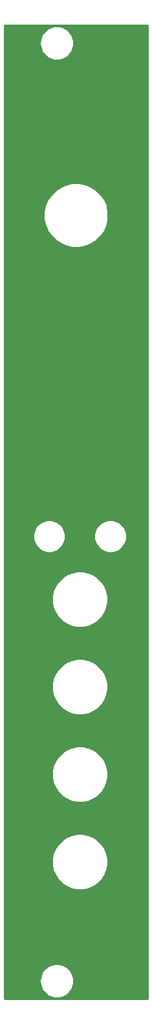
<source format=gbr>
G04 #@! TF.GenerationSoftware,KiCad,Pcbnew,(5.1.10)-1*
G04 #@! TF.CreationDate,2021-08-28T07:34:49+02:00*
G04 #@! TF.ProjectId,Haraldswerk NGF-E LFO Front,48617261-6c64-4737-9765-726b204e4746,rev?*
G04 #@! TF.SameCoordinates,Original*
G04 #@! TF.FileFunction,Copper,L2,Bot*
G04 #@! TF.FilePolarity,Positive*
%FSLAX46Y46*%
G04 Gerber Fmt 4.6, Leading zero omitted, Abs format (unit mm)*
G04 Created by KiCad (PCBNEW (5.1.10)-1) date 2021-08-28 07:34:49*
%MOMM*%
%LPD*%
G01*
G04 APERTURE LIST*
G04 #@! TA.AperFunction,NonConductor*
%ADD10C,0.254000*%
G04 #@! TD*
G04 #@! TA.AperFunction,NonConductor*
%ADD11C,0.100000*%
G04 #@! TD*
G04 APERTURE END LIST*
D10*
X19340001Y-127840000D02*
X660000Y-127840000D01*
X660000Y-125279872D01*
X5265000Y-125279872D01*
X5265000Y-125720128D01*
X5350890Y-126151925D01*
X5519369Y-126558669D01*
X5763962Y-126924729D01*
X6075271Y-127236038D01*
X6441331Y-127480631D01*
X6848075Y-127649110D01*
X7279872Y-127735000D01*
X7720128Y-127735000D01*
X8151925Y-127649110D01*
X8558669Y-127480631D01*
X8924729Y-127236038D01*
X9236038Y-126924729D01*
X9480631Y-126558669D01*
X9649110Y-126151925D01*
X9735000Y-125720128D01*
X9735000Y-125279872D01*
X9649110Y-124848075D01*
X9480631Y-124441331D01*
X9236038Y-124075271D01*
X8924729Y-123763962D01*
X8558669Y-123519369D01*
X8151925Y-123350890D01*
X7720128Y-123265000D01*
X7279872Y-123265000D01*
X6848075Y-123350890D01*
X6441331Y-123519369D01*
X6075271Y-123763962D01*
X5763962Y-124075271D01*
X5519369Y-124441331D01*
X5350890Y-124848075D01*
X5265000Y-125279872D01*
X660000Y-125279872D01*
X660000Y-109607059D01*
X6815000Y-109607059D01*
X6815000Y-110332941D01*
X6956613Y-111044875D01*
X7234395Y-111715502D01*
X7637674Y-112319050D01*
X8150950Y-112832326D01*
X8754498Y-113235605D01*
X9425125Y-113513387D01*
X10137059Y-113655000D01*
X10862941Y-113655000D01*
X11574875Y-113513387D01*
X12245502Y-113235605D01*
X12849050Y-112832326D01*
X13362326Y-112319050D01*
X13765605Y-111715502D01*
X14043387Y-111044875D01*
X14185000Y-110332941D01*
X14185000Y-109607059D01*
X14043387Y-108895125D01*
X13765605Y-108224498D01*
X13362326Y-107620950D01*
X12849050Y-107107674D01*
X12245502Y-106704395D01*
X11574875Y-106426613D01*
X10862941Y-106285000D01*
X10137059Y-106285000D01*
X9425125Y-106426613D01*
X8754498Y-106704395D01*
X8150950Y-107107674D01*
X7637674Y-107620950D01*
X7234395Y-108224498D01*
X6956613Y-108895125D01*
X6815000Y-109607059D01*
X660000Y-109607059D01*
X660000Y-98177059D01*
X6815000Y-98177059D01*
X6815000Y-98902941D01*
X6956613Y-99614875D01*
X7234395Y-100285502D01*
X7637674Y-100889050D01*
X8150950Y-101402326D01*
X8754498Y-101805605D01*
X9425125Y-102083387D01*
X10137059Y-102225000D01*
X10862941Y-102225000D01*
X11574875Y-102083387D01*
X12245502Y-101805605D01*
X12849050Y-101402326D01*
X13362326Y-100889050D01*
X13765605Y-100285502D01*
X14043387Y-99614875D01*
X14185000Y-98902941D01*
X14185000Y-98177059D01*
X14043387Y-97465125D01*
X13765605Y-96794498D01*
X13362326Y-96190950D01*
X12849050Y-95677674D01*
X12245502Y-95274395D01*
X11574875Y-94996613D01*
X10862941Y-94855000D01*
X10137059Y-94855000D01*
X9425125Y-94996613D01*
X8754498Y-95274395D01*
X8150950Y-95677674D01*
X7637674Y-96190950D01*
X7234395Y-96794498D01*
X6956613Y-97465125D01*
X6815000Y-98177059D01*
X660000Y-98177059D01*
X660000Y-86747059D01*
X6815000Y-86747059D01*
X6815000Y-87472941D01*
X6956613Y-88184875D01*
X7234395Y-88855502D01*
X7637674Y-89459050D01*
X8150950Y-89972326D01*
X8754498Y-90375605D01*
X9425125Y-90653387D01*
X10137059Y-90795000D01*
X10862941Y-90795000D01*
X11574875Y-90653387D01*
X12245502Y-90375605D01*
X12849050Y-89972326D01*
X13362326Y-89459050D01*
X13765605Y-88855502D01*
X14043387Y-88184875D01*
X14185000Y-87472941D01*
X14185000Y-86747059D01*
X14043387Y-86035125D01*
X13765605Y-85364498D01*
X13362326Y-84760950D01*
X12849050Y-84247674D01*
X12245502Y-83844395D01*
X11574875Y-83566613D01*
X10862941Y-83425000D01*
X10137059Y-83425000D01*
X9425125Y-83566613D01*
X8754498Y-83844395D01*
X8150950Y-84247674D01*
X7637674Y-84760950D01*
X7234395Y-85364498D01*
X6956613Y-86035125D01*
X6815000Y-86747059D01*
X660000Y-86747059D01*
X660000Y-75317059D01*
X6815000Y-75317059D01*
X6815000Y-76042941D01*
X6956613Y-76754875D01*
X7234395Y-77425502D01*
X7637674Y-78029050D01*
X8150950Y-78542326D01*
X8754498Y-78945605D01*
X9425125Y-79223387D01*
X10137059Y-79365000D01*
X10862941Y-79365000D01*
X11574875Y-79223387D01*
X12245502Y-78945605D01*
X12849050Y-78542326D01*
X13362326Y-78029050D01*
X13765605Y-77425502D01*
X14043387Y-76754875D01*
X14185000Y-76042941D01*
X14185000Y-75317059D01*
X14043387Y-74605125D01*
X13765605Y-73934498D01*
X13362326Y-73330950D01*
X12849050Y-72817674D01*
X12245502Y-72414395D01*
X11574875Y-72136613D01*
X10862941Y-71995000D01*
X10137059Y-71995000D01*
X9425125Y-72136613D01*
X8754498Y-72414395D01*
X8150950Y-72817674D01*
X7637674Y-73330950D01*
X7234395Y-73934498D01*
X6956613Y-74605125D01*
X6815000Y-75317059D01*
X660000Y-75317059D01*
X660000Y-67214721D01*
X4365000Y-67214721D01*
X4365000Y-67635279D01*
X4447047Y-68047756D01*
X4607988Y-68436302D01*
X4841637Y-68785983D01*
X5139017Y-69083363D01*
X5488698Y-69317012D01*
X5877244Y-69477953D01*
X6289721Y-69560000D01*
X6710279Y-69560000D01*
X7122756Y-69477953D01*
X7511302Y-69317012D01*
X7860983Y-69083363D01*
X8158363Y-68785983D01*
X8392012Y-68436302D01*
X8552953Y-68047756D01*
X8635000Y-67635279D01*
X8635000Y-67214721D01*
X12365000Y-67214721D01*
X12365000Y-67635279D01*
X12447047Y-68047756D01*
X12607988Y-68436302D01*
X12841637Y-68785983D01*
X13139017Y-69083363D01*
X13488698Y-69317012D01*
X13877244Y-69477953D01*
X14289721Y-69560000D01*
X14710279Y-69560000D01*
X15122756Y-69477953D01*
X15511302Y-69317012D01*
X15860983Y-69083363D01*
X16158363Y-68785983D01*
X16392012Y-68436302D01*
X16552953Y-68047756D01*
X16635000Y-67635279D01*
X16635000Y-67214721D01*
X16552953Y-66802244D01*
X16392012Y-66413698D01*
X16158363Y-66064017D01*
X15860983Y-65766637D01*
X15511302Y-65532988D01*
X15122756Y-65372047D01*
X14710279Y-65290000D01*
X14289721Y-65290000D01*
X13877244Y-65372047D01*
X13488698Y-65532988D01*
X13139017Y-65766637D01*
X12841637Y-66064017D01*
X12607988Y-66413698D01*
X12447047Y-66802244D01*
X12365000Y-67214721D01*
X8635000Y-67214721D01*
X8552953Y-66802244D01*
X8392012Y-66413698D01*
X8158363Y-66064017D01*
X7860983Y-65766637D01*
X7511302Y-65532988D01*
X7122756Y-65372047D01*
X6710279Y-65290000D01*
X6289721Y-65290000D01*
X5877244Y-65372047D01*
X5488698Y-65532988D01*
X5139017Y-65766637D01*
X4841637Y-66064017D01*
X4607988Y-66413698D01*
X4447047Y-66802244D01*
X4365000Y-67214721D01*
X660000Y-67214721D01*
X660000Y-25057889D01*
X5765000Y-25057889D01*
X5765000Y-25892111D01*
X5927749Y-26710304D01*
X6246992Y-27481025D01*
X6710461Y-28174655D01*
X7300345Y-28764539D01*
X7993975Y-29228008D01*
X8764696Y-29547251D01*
X9582889Y-29710000D01*
X10417111Y-29710000D01*
X11235304Y-29547251D01*
X12006025Y-29228008D01*
X12699655Y-28764539D01*
X13289539Y-28174655D01*
X13753008Y-27481025D01*
X14072251Y-26710304D01*
X14235000Y-25892111D01*
X14235000Y-25057889D01*
X14072251Y-24239696D01*
X13753008Y-23468975D01*
X13289539Y-22775345D01*
X12699655Y-22185461D01*
X12006025Y-21721992D01*
X11235304Y-21402749D01*
X10417111Y-21240000D01*
X9582889Y-21240000D01*
X8764696Y-21402749D01*
X7993975Y-21721992D01*
X7300345Y-22185461D01*
X6710461Y-22775345D01*
X6246992Y-23468975D01*
X5927749Y-24239696D01*
X5765000Y-25057889D01*
X660000Y-25057889D01*
X660000Y-2779872D01*
X5265000Y-2779872D01*
X5265000Y-3220128D01*
X5350890Y-3651925D01*
X5519369Y-4058669D01*
X5763962Y-4424729D01*
X6075271Y-4736038D01*
X6441331Y-4980631D01*
X6848075Y-5149110D01*
X7279872Y-5235000D01*
X7720128Y-5235000D01*
X8151925Y-5149110D01*
X8558669Y-4980631D01*
X8924729Y-4736038D01*
X9236038Y-4424729D01*
X9480631Y-4058669D01*
X9649110Y-3651925D01*
X9735000Y-3220128D01*
X9735000Y-2779872D01*
X9649110Y-2348075D01*
X9480631Y-1941331D01*
X9236038Y-1575271D01*
X8924729Y-1263962D01*
X8558669Y-1019369D01*
X8151925Y-850890D01*
X7720128Y-765000D01*
X7279872Y-765000D01*
X6848075Y-850890D01*
X6441331Y-1019369D01*
X6075271Y-1263962D01*
X5763962Y-1575271D01*
X5519369Y-1941331D01*
X5350890Y-2348075D01*
X5265000Y-2779872D01*
X660000Y-2779872D01*
X660000Y-660000D01*
X19340000Y-660000D01*
X19340001Y-127840000D01*
G04 #@! TA.AperFunction,NonConductor*
D11*
G36*
X19340001Y-127840000D02*
G01*
X660000Y-127840000D01*
X660000Y-125279872D01*
X5265000Y-125279872D01*
X5265000Y-125720128D01*
X5350890Y-126151925D01*
X5519369Y-126558669D01*
X5763962Y-126924729D01*
X6075271Y-127236038D01*
X6441331Y-127480631D01*
X6848075Y-127649110D01*
X7279872Y-127735000D01*
X7720128Y-127735000D01*
X8151925Y-127649110D01*
X8558669Y-127480631D01*
X8924729Y-127236038D01*
X9236038Y-126924729D01*
X9480631Y-126558669D01*
X9649110Y-126151925D01*
X9735000Y-125720128D01*
X9735000Y-125279872D01*
X9649110Y-124848075D01*
X9480631Y-124441331D01*
X9236038Y-124075271D01*
X8924729Y-123763962D01*
X8558669Y-123519369D01*
X8151925Y-123350890D01*
X7720128Y-123265000D01*
X7279872Y-123265000D01*
X6848075Y-123350890D01*
X6441331Y-123519369D01*
X6075271Y-123763962D01*
X5763962Y-124075271D01*
X5519369Y-124441331D01*
X5350890Y-124848075D01*
X5265000Y-125279872D01*
X660000Y-125279872D01*
X660000Y-109607059D01*
X6815000Y-109607059D01*
X6815000Y-110332941D01*
X6956613Y-111044875D01*
X7234395Y-111715502D01*
X7637674Y-112319050D01*
X8150950Y-112832326D01*
X8754498Y-113235605D01*
X9425125Y-113513387D01*
X10137059Y-113655000D01*
X10862941Y-113655000D01*
X11574875Y-113513387D01*
X12245502Y-113235605D01*
X12849050Y-112832326D01*
X13362326Y-112319050D01*
X13765605Y-111715502D01*
X14043387Y-111044875D01*
X14185000Y-110332941D01*
X14185000Y-109607059D01*
X14043387Y-108895125D01*
X13765605Y-108224498D01*
X13362326Y-107620950D01*
X12849050Y-107107674D01*
X12245502Y-106704395D01*
X11574875Y-106426613D01*
X10862941Y-106285000D01*
X10137059Y-106285000D01*
X9425125Y-106426613D01*
X8754498Y-106704395D01*
X8150950Y-107107674D01*
X7637674Y-107620950D01*
X7234395Y-108224498D01*
X6956613Y-108895125D01*
X6815000Y-109607059D01*
X660000Y-109607059D01*
X660000Y-98177059D01*
X6815000Y-98177059D01*
X6815000Y-98902941D01*
X6956613Y-99614875D01*
X7234395Y-100285502D01*
X7637674Y-100889050D01*
X8150950Y-101402326D01*
X8754498Y-101805605D01*
X9425125Y-102083387D01*
X10137059Y-102225000D01*
X10862941Y-102225000D01*
X11574875Y-102083387D01*
X12245502Y-101805605D01*
X12849050Y-101402326D01*
X13362326Y-100889050D01*
X13765605Y-100285502D01*
X14043387Y-99614875D01*
X14185000Y-98902941D01*
X14185000Y-98177059D01*
X14043387Y-97465125D01*
X13765605Y-96794498D01*
X13362326Y-96190950D01*
X12849050Y-95677674D01*
X12245502Y-95274395D01*
X11574875Y-94996613D01*
X10862941Y-94855000D01*
X10137059Y-94855000D01*
X9425125Y-94996613D01*
X8754498Y-95274395D01*
X8150950Y-95677674D01*
X7637674Y-96190950D01*
X7234395Y-96794498D01*
X6956613Y-97465125D01*
X6815000Y-98177059D01*
X660000Y-98177059D01*
X660000Y-86747059D01*
X6815000Y-86747059D01*
X6815000Y-87472941D01*
X6956613Y-88184875D01*
X7234395Y-88855502D01*
X7637674Y-89459050D01*
X8150950Y-89972326D01*
X8754498Y-90375605D01*
X9425125Y-90653387D01*
X10137059Y-90795000D01*
X10862941Y-90795000D01*
X11574875Y-90653387D01*
X12245502Y-90375605D01*
X12849050Y-89972326D01*
X13362326Y-89459050D01*
X13765605Y-88855502D01*
X14043387Y-88184875D01*
X14185000Y-87472941D01*
X14185000Y-86747059D01*
X14043387Y-86035125D01*
X13765605Y-85364498D01*
X13362326Y-84760950D01*
X12849050Y-84247674D01*
X12245502Y-83844395D01*
X11574875Y-83566613D01*
X10862941Y-83425000D01*
X10137059Y-83425000D01*
X9425125Y-83566613D01*
X8754498Y-83844395D01*
X8150950Y-84247674D01*
X7637674Y-84760950D01*
X7234395Y-85364498D01*
X6956613Y-86035125D01*
X6815000Y-86747059D01*
X660000Y-86747059D01*
X660000Y-75317059D01*
X6815000Y-75317059D01*
X6815000Y-76042941D01*
X6956613Y-76754875D01*
X7234395Y-77425502D01*
X7637674Y-78029050D01*
X8150950Y-78542326D01*
X8754498Y-78945605D01*
X9425125Y-79223387D01*
X10137059Y-79365000D01*
X10862941Y-79365000D01*
X11574875Y-79223387D01*
X12245502Y-78945605D01*
X12849050Y-78542326D01*
X13362326Y-78029050D01*
X13765605Y-77425502D01*
X14043387Y-76754875D01*
X14185000Y-76042941D01*
X14185000Y-75317059D01*
X14043387Y-74605125D01*
X13765605Y-73934498D01*
X13362326Y-73330950D01*
X12849050Y-72817674D01*
X12245502Y-72414395D01*
X11574875Y-72136613D01*
X10862941Y-71995000D01*
X10137059Y-71995000D01*
X9425125Y-72136613D01*
X8754498Y-72414395D01*
X8150950Y-72817674D01*
X7637674Y-73330950D01*
X7234395Y-73934498D01*
X6956613Y-74605125D01*
X6815000Y-75317059D01*
X660000Y-75317059D01*
X660000Y-67214721D01*
X4365000Y-67214721D01*
X4365000Y-67635279D01*
X4447047Y-68047756D01*
X4607988Y-68436302D01*
X4841637Y-68785983D01*
X5139017Y-69083363D01*
X5488698Y-69317012D01*
X5877244Y-69477953D01*
X6289721Y-69560000D01*
X6710279Y-69560000D01*
X7122756Y-69477953D01*
X7511302Y-69317012D01*
X7860983Y-69083363D01*
X8158363Y-68785983D01*
X8392012Y-68436302D01*
X8552953Y-68047756D01*
X8635000Y-67635279D01*
X8635000Y-67214721D01*
X12365000Y-67214721D01*
X12365000Y-67635279D01*
X12447047Y-68047756D01*
X12607988Y-68436302D01*
X12841637Y-68785983D01*
X13139017Y-69083363D01*
X13488698Y-69317012D01*
X13877244Y-69477953D01*
X14289721Y-69560000D01*
X14710279Y-69560000D01*
X15122756Y-69477953D01*
X15511302Y-69317012D01*
X15860983Y-69083363D01*
X16158363Y-68785983D01*
X16392012Y-68436302D01*
X16552953Y-68047756D01*
X16635000Y-67635279D01*
X16635000Y-67214721D01*
X16552953Y-66802244D01*
X16392012Y-66413698D01*
X16158363Y-66064017D01*
X15860983Y-65766637D01*
X15511302Y-65532988D01*
X15122756Y-65372047D01*
X14710279Y-65290000D01*
X14289721Y-65290000D01*
X13877244Y-65372047D01*
X13488698Y-65532988D01*
X13139017Y-65766637D01*
X12841637Y-66064017D01*
X12607988Y-66413698D01*
X12447047Y-66802244D01*
X12365000Y-67214721D01*
X8635000Y-67214721D01*
X8552953Y-66802244D01*
X8392012Y-66413698D01*
X8158363Y-66064017D01*
X7860983Y-65766637D01*
X7511302Y-65532988D01*
X7122756Y-65372047D01*
X6710279Y-65290000D01*
X6289721Y-65290000D01*
X5877244Y-65372047D01*
X5488698Y-65532988D01*
X5139017Y-65766637D01*
X4841637Y-66064017D01*
X4607988Y-66413698D01*
X4447047Y-66802244D01*
X4365000Y-67214721D01*
X660000Y-67214721D01*
X660000Y-25057889D01*
X5765000Y-25057889D01*
X5765000Y-25892111D01*
X5927749Y-26710304D01*
X6246992Y-27481025D01*
X6710461Y-28174655D01*
X7300345Y-28764539D01*
X7993975Y-29228008D01*
X8764696Y-29547251D01*
X9582889Y-29710000D01*
X10417111Y-29710000D01*
X11235304Y-29547251D01*
X12006025Y-29228008D01*
X12699655Y-28764539D01*
X13289539Y-28174655D01*
X13753008Y-27481025D01*
X14072251Y-26710304D01*
X14235000Y-25892111D01*
X14235000Y-25057889D01*
X14072251Y-24239696D01*
X13753008Y-23468975D01*
X13289539Y-22775345D01*
X12699655Y-22185461D01*
X12006025Y-21721992D01*
X11235304Y-21402749D01*
X10417111Y-21240000D01*
X9582889Y-21240000D01*
X8764696Y-21402749D01*
X7993975Y-21721992D01*
X7300345Y-22185461D01*
X6710461Y-22775345D01*
X6246992Y-23468975D01*
X5927749Y-24239696D01*
X5765000Y-25057889D01*
X660000Y-25057889D01*
X660000Y-2779872D01*
X5265000Y-2779872D01*
X5265000Y-3220128D01*
X5350890Y-3651925D01*
X5519369Y-4058669D01*
X5763962Y-4424729D01*
X6075271Y-4736038D01*
X6441331Y-4980631D01*
X6848075Y-5149110D01*
X7279872Y-5235000D01*
X7720128Y-5235000D01*
X8151925Y-5149110D01*
X8558669Y-4980631D01*
X8924729Y-4736038D01*
X9236038Y-4424729D01*
X9480631Y-4058669D01*
X9649110Y-3651925D01*
X9735000Y-3220128D01*
X9735000Y-2779872D01*
X9649110Y-2348075D01*
X9480631Y-1941331D01*
X9236038Y-1575271D01*
X8924729Y-1263962D01*
X8558669Y-1019369D01*
X8151925Y-850890D01*
X7720128Y-765000D01*
X7279872Y-765000D01*
X6848075Y-850890D01*
X6441331Y-1019369D01*
X6075271Y-1263962D01*
X5763962Y-1575271D01*
X5519369Y-1941331D01*
X5350890Y-2348075D01*
X5265000Y-2779872D01*
X660000Y-2779872D01*
X660000Y-660000D01*
X19340000Y-660000D01*
X19340001Y-127840000D01*
G37*
G04 #@! TD.AperFunction*
M02*

</source>
